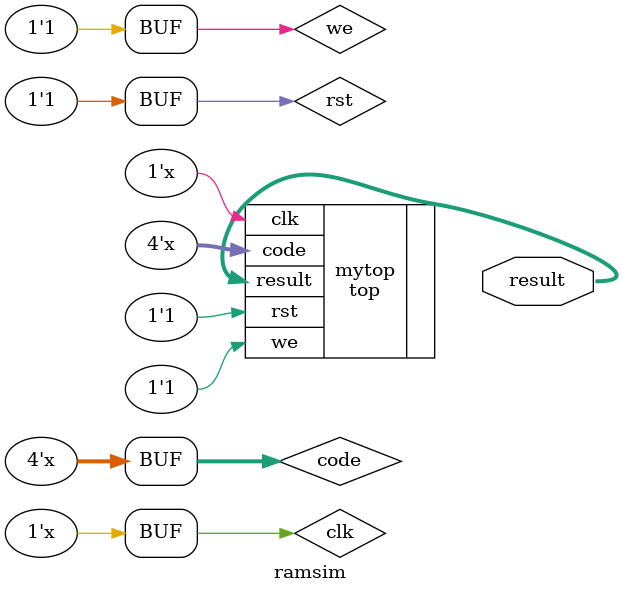
<source format=v>
`timescale 1ns / 1ps


module ramsim(
    output [31:0] result
    );
    reg [3:0] code;
    reg rst;
    reg clk;
    wire we=1'b1;
    initial
    begin
    clk=1'b0;
    code=4'b0000;
    rst=1'b0;
    #10 rst=1'b1;
    end
    always#5
    clk=~clk;
    always#10
    code=code+1'b1;
    top mytop(.clk(clk),.we(we),.code(code),.rst(rst),.result(result));
endmodule
</source>
